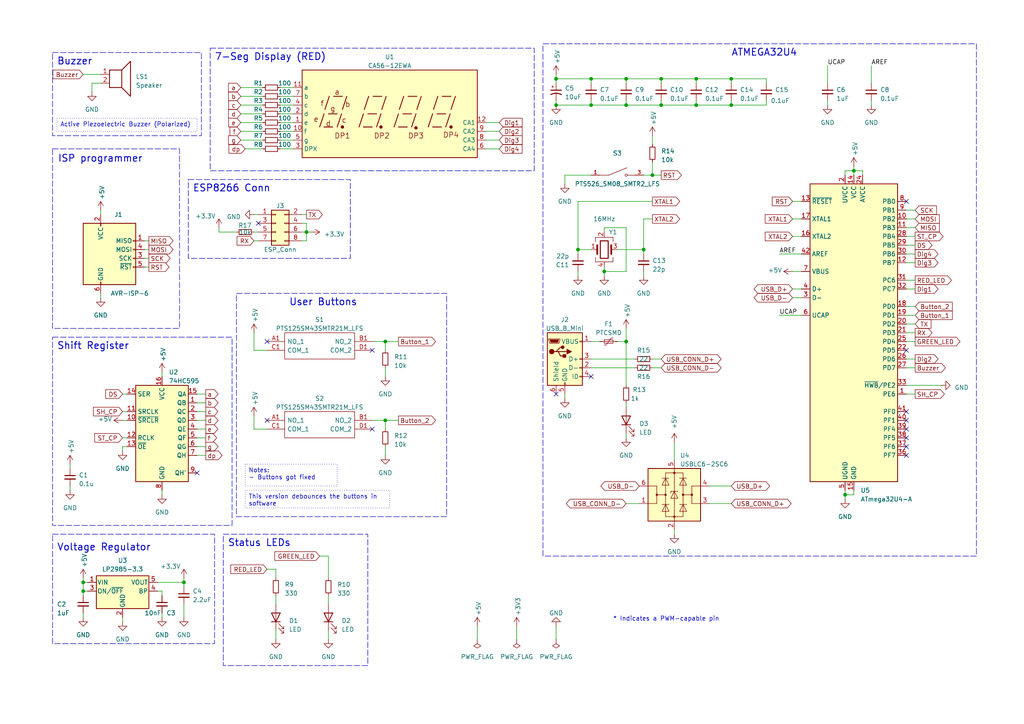
<source format=kicad_sch>
(kicad_sch (version 20230121) (generator eeschema)
  (paper "A4")
  (title_block (title "ATMEGA Kictchen-Timer") (date "2023-04-13") (rev "1.0"))
  (junction (at 189.23 50.8))
  (junction (at 181.61 22.86))
  (junction (at 161.29 30.48))
  (junction (at 161.29 22.86))
  (junction (at 191.77 22.86))
  (junction (at 24.13 168.91))
  (junction (at 212.09 30.48))
  (junction (at 181.61 99.06))
  (junction (at 212.09 22.86))
  (junction (at 171.45 22.86))
  (junction (at 171.45 30.48))
  (junction (at 111.76 121.92))
  (junction (at 247.65 49.53))
  (junction (at 186.69 72.39))
  (junction (at 24.13 171.45))
  (junction (at 181.61 30.48))
  (junction (at 245.11 143.51))
  (junction (at 191.77 30.48))
  (junction (at 175.26 78.74))
  (junction (at 167.64 72.39))
  (junction (at 53.34 168.91))
  (junction (at 201.93 22.86))
  (junction (at 201.93 30.48))
  (junction (at 111.76 99.06))
  (junction (at 88.9 67.31))
  (no_connect (at 262.89 121.92))
  (no_connect (at 262.89 124.46))
  (no_connect (at 107.95 124.46))
  (no_connect (at 57.15 137.16))
  (no_connect (at 262.89 101.6))
  (no_connect (at 262.89 119.38))
  (no_connect (at 77.47 99.06))
  (no_connect (at 77.47 121.92))
  (no_connect (at 262.89 58.42))
  (no_connect (at 107.95 101.6))
  (no_connect (at 262.89 129.54))
  (no_connect (at 171.45 109.22))
  (no_connect (at 74.93 64.77))
  (no_connect (at 262.89 127))
  (no_connect (at 262.89 132.08))
  (no_connect (at 161.29 114.3))
  (wire (pts (xy 57.15 127) (xy 59.69 127)))
  (wire (pts (xy 189.23 63.5) (xy 186.69 63.5)))
  (wire (pts (xy 95.25 182.88) (xy 95.25 185.42)))
  (wire (pts (xy 247.65 49.53) (xy 247.65 50.8)))
  (wire (pts (xy 262.89 114.3) (xy 265.43 114.3)))
  (wire (pts (xy 262.89 63.5) (xy 265.43 63.5)))
  (wire (pts (xy 81.28 43.18) (xy 85.09 43.18)))
  (wire (pts (xy 77.47 124.46) (xy 73.66 124.46)))
  (wire (pts (xy 262.89 76.2) (xy 265.43 76.2)))
  (wire (pts (xy 262.89 71.12) (xy 265.43 71.12)))
  (wire (pts (xy 240.03 29.21) (xy 240.03 30.48)))
  (wire (pts (xy 111.76 121.92) (xy 115.57 121.92)))
  (wire (pts (xy 186.69 50.8) (xy 189.23 50.8)))
  (wire (pts (xy 87.63 64.77) (xy 88.9 64.77)))
  (wire (pts (xy 24.13 168.91) (xy 24.13 171.45)))
  (wire (pts (xy 107.95 121.92) (xy 111.76 121.92)))
  (wire (pts (xy 53.34 175.26) (xy 53.34 179.07)))
  (wire (pts (xy 229.87 58.42) (xy 232.41 58.42)))
  (wire (pts (xy 24.13 21.59) (xy 29.21 21.59)))
  (wire (pts (xy 179.07 72.39) (xy 186.69 72.39)))
  (wire (pts (xy 88.9 67.31) (xy 88.9 69.85)))
  (wire (pts (xy 73.66 67.31) (xy 74.93 67.31)))
  (wire (pts (xy 191.77 24.13) (xy 191.77 22.86)))
  (wire (pts (xy 181.61 24.13) (xy 181.61 22.86)))
  (wire (pts (xy 57.15 114.3) (xy 59.69 114.3)))
  (wire (pts (xy 212.09 24.13) (xy 212.09 22.86)))
  (wire (pts (xy 201.93 30.48) (xy 212.09 30.48)))
  (wire (pts (xy 262.89 66.04) (xy 265.43 66.04)))
  (wire (pts (xy 20.32 134.62) (xy 20.32 135.89)))
  (wire (pts (xy 35.56 121.92) (xy 36.83 121.92)))
  (wire (pts (xy 171.45 99.06) (xy 173.99 99.06)))
  (wire (pts (xy 92.71 161.29) (xy 95.25 161.29)))
  (wire (pts (xy 161.29 30.48) (xy 171.45 30.48)))
  (wire (pts (xy 201.93 30.48) (xy 191.77 30.48)))
  (wire (pts (xy 191.77 22.86) (xy 201.93 22.86)))
  (wire (pts (xy 250.19 49.53) (xy 247.65 49.53)))
  (wire (pts (xy 189.23 58.42) (xy 167.64 58.42)))
  (wire (pts (xy 111.76 99.06) (xy 115.57 99.06)))
  (wire (pts (xy 262.89 60.96) (xy 265.43 60.96)))
  (wire (pts (xy 53.34 170.18) (xy 53.34 168.91)))
  (wire (pts (xy 247.65 48.26) (xy 247.65 49.53)))
  (wire (pts (xy 140.97 38.1) (xy 144.78 38.1)))
  (wire (pts (xy 69.85 38.1) (xy 76.2 38.1)))
  (wire (pts (xy 81.28 25.4) (xy 85.09 25.4)))
  (wire (pts (xy 149.86 181.61) (xy 149.86 185.42)))
  (wire (pts (xy 87.63 62.23) (xy 88.9 62.23)))
  (wire (pts (xy 57.15 119.38) (xy 59.69 119.38)))
  (wire (pts (xy 189.23 50.8) (xy 191.77 50.8)))
  (wire (pts (xy 212.09 29.21) (xy 212.09 30.48)))
  (wire (pts (xy 111.76 106.68) (xy 111.76 109.22)))
  (wire (pts (xy 87.63 69.85) (xy 88.9 69.85)))
  (wire (pts (xy 262.89 111.76) (xy 273.05 111.76)))
  (wire (pts (xy 71.12 43.18) (xy 76.2 43.18)))
  (wire (pts (xy 81.28 35.56) (xy 85.09 35.56)))
  (wire (pts (xy 53.34 167.64) (xy 53.34 168.91)))
  (wire (pts (xy 77.47 165.1) (xy 80.01 165.1)))
  (wire (pts (xy 95.25 161.29) (xy 95.25 167.64)))
  (wire (pts (xy 20.32 140.97) (xy 20.32 142.24)))
  (wire (pts (xy 167.64 78.74) (xy 167.64 80.01)))
  (wire (pts (xy 24.13 171.45) (xy 24.13 172.72)))
  (wire (pts (xy 189.23 46.99) (xy 189.23 50.8)))
  (wire (pts (xy 181.61 30.48) (xy 171.45 30.48)))
  (wire (pts (xy 63.5 67.31) (xy 63.5 66.04)))
  (wire (pts (xy 262.89 68.58) (xy 265.43 68.58)))
  (wire (pts (xy 181.61 146.05) (xy 185.42 146.05)))
  (wire (pts (xy 81.28 33.02) (xy 85.09 33.02)))
  (wire (pts (xy 201.93 24.13) (xy 201.93 22.86)))
  (wire (pts (xy 181.61 125.73) (xy 181.61 127)))
  (wire (pts (xy 80.01 165.1) (xy 80.01 167.64)))
  (wire (pts (xy 35.56 179.07) (xy 35.56 180.34)))
  (wire (pts (xy 252.73 19.05) (xy 252.73 24.13)))
  (wire (pts (xy 69.85 27.94) (xy 76.2 27.94)))
  (wire (pts (xy 181.61 66.04) (xy 181.61 78.74)))
  (wire (pts (xy 163.83 53.34) (xy 163.83 50.8)))
  (wire (pts (xy 140.97 40.64) (xy 144.78 40.64)))
  (wire (pts (xy 81.28 27.94) (xy 85.09 27.94)))
  (wire (pts (xy 175.26 78.74) (xy 175.26 80.01)))
  (wire (pts (xy 36.83 129.54) (xy 35.56 129.54)))
  (wire (pts (xy 57.15 129.54) (xy 59.69 129.54)))
  (wire (pts (xy 181.61 99.06) (xy 181.61 111.76)))
  (wire (pts (xy 87.63 67.31) (xy 88.9 67.31)))
  (wire (pts (xy 195.58 153.67) (xy 195.58 154.94)))
  (wire (pts (xy 29.21 24.13) (xy 26.67 24.13)))
  (wire (pts (xy 57.15 124.46) (xy 59.69 124.46)))
  (wire (pts (xy 138.43 181.61) (xy 138.43 185.42)))
  (wire (pts (xy 226.06 73.66) (xy 232.41 73.66)))
  (wire (pts (xy 189.23 39.37) (xy 189.23 41.91)))
  (wire (pts (xy 167.64 58.42) (xy 167.64 72.39)))
  (wire (pts (xy 45.72 171.45) (xy 46.99 171.45)))
  (wire (pts (xy 226.06 91.44) (xy 232.41 91.44)))
  (wire (pts (xy 181.61 22.86) (xy 191.77 22.86)))
  (wire (pts (xy 41.91 77.47) (xy 43.18 77.47)))
  (wire (pts (xy 24.13 177.8) (xy 24.13 179.07)))
  (wire (pts (xy 161.29 29.21) (xy 161.29 30.48)))
  (wire (pts (xy 57.15 116.84) (xy 59.69 116.84)))
  (wire (pts (xy 171.45 106.68) (xy 184.15 106.68)))
  (wire (pts (xy 140.97 43.18) (xy 144.78 43.18)))
  (wire (pts (xy 163.83 114.3) (xy 163.83 115.57)))
  (wire (pts (xy 140.97 35.56) (xy 144.78 35.56)))
  (wire (pts (xy 245.11 143.51) (xy 245.11 144.78)))
  (wire (pts (xy 24.13 171.45) (xy 25.4 171.45)))
  (wire (pts (xy 229.87 78.74) (xy 232.41 78.74)))
  (wire (pts (xy 161.29 21.59) (xy 161.29 22.86)))
  (wire (pts (xy 189.23 104.14) (xy 191.77 104.14)))
  (wire (pts (xy 88.9 64.77) (xy 88.9 67.31)))
  (wire (pts (xy 205.74 140.97) (xy 212.09 140.97)))
  (wire (pts (xy 161.29 22.86) (xy 171.45 22.86)))
  (wire (pts (xy 73.66 124.46) (xy 73.66 120.65)))
  (wire (pts (xy 222.25 29.21) (xy 222.25 30.48)))
  (wire (pts (xy 35.56 127) (xy 36.83 127)))
  (wire (pts (xy 252.73 29.21) (xy 252.73 30.48)))
  (wire (pts (xy 69.85 33.02) (xy 76.2 33.02)))
  (wire (pts (xy 250.19 50.8) (xy 250.19 49.53)))
  (wire (pts (xy 46.99 171.45) (xy 46.99 172.72)))
  (wire (pts (xy 25.4 168.91) (xy 24.13 168.91)))
  (wire (pts (xy 161.29 181.61) (xy 161.29 185.42)))
  (wire (pts (xy 167.64 72.39) (xy 171.45 72.39)))
  (wire (pts (xy 262.89 96.52) (xy 265.43 96.52)))
  (wire (pts (xy 53.34 168.91) (xy 45.72 168.91)))
  (wire (pts (xy 181.61 29.21) (xy 181.61 30.48)))
  (wire (pts (xy 69.85 40.64) (xy 76.2 40.64)))
  (wire (pts (xy 205.74 146.05) (xy 212.09 146.05)))
  (wire (pts (xy 41.91 74.93) (xy 43.18 74.93)))
  (wire (pts (xy 191.77 30.48) (xy 181.61 30.48)))
  (wire (pts (xy 186.69 78.74) (xy 186.69 80.01)))
  (wire (pts (xy 262.89 73.66) (xy 265.43 73.66)))
  (wire (pts (xy 171.45 22.86) (xy 181.61 22.86)))
  (wire (pts (xy 73.66 101.6) (xy 73.66 96.52)))
  (wire (pts (xy 46.99 107.95) (xy 46.99 109.22)))
  (wire (pts (xy 111.76 99.06) (xy 111.76 101.6)))
  (wire (pts (xy 240.03 19.05) (xy 240.03 24.13)))
  (wire (pts (xy 161.29 22.86) (xy 161.29 24.13)))
  (wire (pts (xy 57.15 121.92) (xy 59.69 121.92)))
  (wire (pts (xy 245.11 142.24) (xy 245.11 143.51)))
  (wire (pts (xy 81.28 30.48) (xy 85.09 30.48)))
  (wire (pts (xy 171.45 24.13) (xy 171.45 22.86)))
  (wire (pts (xy 262.89 99.06) (xy 265.43 99.06)))
  (wire (pts (xy 35.56 129.54) (xy 35.56 130.81)))
  (wire (pts (xy 189.23 106.68) (xy 191.77 106.68)))
  (wire (pts (xy 29.21 60.96) (xy 29.21 62.23)))
  (wire (pts (xy 229.87 63.5) (xy 232.41 63.5)))
  (wire (pts (xy 88.9 67.31) (xy 90.17 67.31)))
  (wire (pts (xy 35.56 114.3) (xy 36.83 114.3)))
  (wire (pts (xy 68.58 67.31) (xy 63.5 67.31)))
  (wire (pts (xy 41.91 72.39) (xy 43.18 72.39)))
  (wire (pts (xy 26.67 24.13) (xy 26.67 26.67)))
  (wire (pts (xy 57.15 132.08) (xy 59.69 132.08)))
  (wire (pts (xy 179.07 99.06) (xy 181.61 99.06)))
  (wire (pts (xy 69.85 30.48) (xy 76.2 30.48)))
  (wire (pts (xy 69.85 25.4) (xy 76.2 25.4)))
  (wire (pts (xy 81.28 40.64) (xy 85.09 40.64)))
  (wire (pts (xy 245.11 49.53) (xy 247.65 49.53)))
  (wire (pts (xy 262.89 104.14) (xy 265.43 104.14)))
  (wire (pts (xy 46.99 177.8) (xy 46.99 179.07)))
  (wire (pts (xy 111.76 129.54) (xy 111.76 132.08)))
  (wire (pts (xy 222.25 24.13) (xy 222.25 22.86)))
  (wire (pts (xy 73.66 62.23) (xy 74.93 62.23)))
  (wire (pts (xy 46.99 142.24) (xy 46.99 143.51)))
  (wire (pts (xy 262.89 88.9) (xy 265.43 88.9)))
  (wire (pts (xy 175.26 67.31) (xy 175.26 66.04)))
  (wire (pts (xy 175.26 77.47) (xy 175.26 78.74)))
  (wire (pts (xy 81.28 38.1) (xy 85.09 38.1)))
  (wire (pts (xy 181.61 78.74) (xy 175.26 78.74)))
  (wire (pts (xy 191.77 29.21) (xy 191.77 30.48)))
  (wire (pts (xy 73.66 69.85) (xy 74.93 69.85)))
  (wire (pts (xy 171.45 104.14) (xy 184.15 104.14)))
  (wire (pts (xy 171.45 29.21) (xy 171.45 30.48)))
  (wire (pts (xy 245.11 50.8) (xy 245.11 49.53)))
  (wire (pts (xy 247.65 143.51) (xy 245.11 143.51)))
  (wire (pts (xy 69.85 35.56) (xy 76.2 35.56)))
  (wire (pts (xy 24.13 167.64) (xy 24.13 168.91)))
  (wire (pts (xy 262.89 106.68) (xy 265.43 106.68)))
  (wire (pts (xy 262.89 83.82) (xy 265.43 83.82)))
  (wire (pts (xy 80.01 172.72) (xy 80.01 175.26)))
  (wire (pts (xy 80.01 182.88) (xy 80.01 185.42)))
  (wire (pts (xy 229.87 68.58) (xy 232.41 68.58)))
  (wire (pts (xy 163.83 50.8) (xy 171.45 50.8)))
  (wire (pts (xy 35.56 119.38) (xy 36.83 119.38)))
  (wire (pts (xy 181.61 116.84) (xy 181.61 118.11)))
  (wire (pts (xy 247.65 142.24) (xy 247.65 143.51)))
  (wire (pts (xy 186.69 72.39) (xy 186.69 73.66)))
  (wire (pts (xy 229.87 86.36) (xy 232.41 86.36)))
  (wire (pts (xy 41.91 69.85) (xy 43.18 69.85)))
  (wire (pts (xy 195.58 128.27) (xy 195.58 133.35)))
  (wire (pts (xy 262.89 93.98) (xy 265.43 93.98)))
  (wire (pts (xy 262.89 91.44) (xy 265.43 91.44)))
  (wire (pts (xy 175.26 66.04) (xy 181.61 66.04)))
  (wire (pts (xy 95.25 172.72) (xy 95.25 175.26)))
  (wire (pts (xy 212.09 30.48) (xy 222.25 30.48)))
  (wire (pts (xy 167.64 73.66) (xy 167.64 72.39)))
  (wire (pts (xy 262.89 81.28) (xy 265.43 81.28)))
  (wire (pts (xy 77.47 101.6) (xy 73.66 101.6)))
  (wire (pts (xy 212.09 22.86) (xy 201.93 22.86)))
  (wire (pts (xy 107.95 99.06) (xy 111.76 99.06)))
  (wire (pts (xy 201.93 29.21) (xy 201.93 30.48)))
  (wire (pts (xy 181.61 95.25) (xy 181.61 99.06)))
  (wire (pts (xy 111.76 121.92) (xy 111.76 124.46)))
  (wire (pts (xy 29.21 85.09) (xy 29.21 86.36)))
  (wire (pts (xy 186.69 63.5) (xy 186.69 72.39)))
  (wire (pts (xy 212.09 22.86) (xy 222.25 22.86)))
  (wire (pts (xy 229.87 83.82) (xy 232.41 83.82)))
  (rectangle (start 64.77 154.94) (end 106.68 193.04) (stroke (width 0) (type dash)))
  (rectangle (start 157.48 12.7) (end 283.21 161.29) (stroke (width 0) (type dash)))
  (rectangle (start 54.61 52.07) (end 101.6 74.93) (stroke (width 0) (type dash)))
  (rectangle (start 68.58 85.09) (end 129.54 149.86) (stroke (width 0) (type dash)))
  (rectangle (start 15.24 97.79) (end 67.31 152.4) (stroke (width 0) (type dash)))
  (rectangle (start 60.96 13.97) (end 154.94 49.53) (stroke (width 0) (type dash)))
  (rectangle (start 15.24 15.24) (end 58.42 39.37) (stroke (width 0) (type dash)))
  (rectangle (start 15.24 154.94) (end 62.23 186.69) (stroke (width 0) (type dash)))
  (text_box "Notes:\n- Buttons got fixed" (at 71.12 134.62 0) (size 26.67 6.35) (stroke (width 0) (type dot)) (effects (font (size 1.27 1.27)) (justify left top)))
  (text_box "Active Piezoelectric Buzzer (Polarized)" (at 16.51 34.29 0) (size 40.64 3.81) (stroke (width 0) (type dot)) (effects (font (size 1.27 1.27)) (justify left top)))
  (text_box "This version debounces the buttons in software" (at 71.12 142.24 0) (size 41.91 5.08) (stroke (width 0) (type dot)) (effects (font (size 1.27 1.27)) (justify left top)))
  (text_box "ISP programmer" (at 15.24 43.18 0) (size 36.83 52.07) (stroke (width 0) (type dash)) (effects (font (size 2 2) (thickness 0.254) bold) (justify left top)))
  (text "Buzzer" (at 16.51 19.05 0) (effects (font (size 2 2) (thickness 0.254) bold) (justify left bottom)))
  (text "7-Seg Display (RED)" (at 62.23 17.78 0) (effects (font (size 2 2) (thickness 0.254) bold) (justify left bottom)))
  (text "ATMEGA32U4" (at 212.09 16.51 0) (effects (font (size 2 2) (thickness 0.254) bold) (justify left bottom)))
  (text "Voltage Regulator" (at 16.51 160.02 0) (effects (font (size 2 2) (thickness 0.254) bold) (justify left bottom)))
  (text "User Buttons" (at 83.82 88.9 0) (effects (font (size 2 2) (thickness 0.254) bold) (justify left bottom)))
  (text "Shift Register" (at 16.51 101.6 0) (effects (font (size 2 2) (thickness 0.254) bold) (justify left bottom)))
  (text "ESP8266 Conn\n" (at 55.88 55.88 0) (effects (font (size 2 2) (thickness 0.254) bold) (justify left bottom)))
  (text "* Indicates a PWM-capable pin" (at 177.8 180.34 0) (effects (font (size 1.27 1.27)) (justify left bottom)))
  (text "Status LEDs" (at 66.04 158.75 0) (effects (font (size 2 2) (thickness 0.254) bold) (justify left bottom)))
  (label "AREF" (at 252.73 19.05 0))
  (label "UCAP" (at 240.03 19.05 0))
  (label "AREF" (at 226.06 73.66 0))
  (label "UCAP" (at 226.06 91.44 0))
  (global_label "SCK" (shape input) (at 265.43 60.96 0) (property "Intersheetrefs" "${INTERSHEET_REFS}" (effects hide)))
  (global_label "Dig1" (shape output) (at 265.43 83.82 0) (property "Intersheetrefs" "${INTERSHEET_REFS}" (effects hide)))
  (global_label "MOSI" (shape input) (at 265.43 63.5 0) (property "Intersheetrefs" "${INTERSHEET_REFS}" (effects hide)))
  (global_label "Dig3" (shape input) (at 144.78 40.64 0) (property "Intersheetrefs" "${INTERSHEET_REFS}" (effects hide)))
  (global_label "XTAL2" (shape input) (at 229.87 68.58 180) (property "Intersheetrefs" "${INTERSHEET_REFS}" (effects hide)))
  (global_label "ST_CP" (shape input) (at 35.56 127 180) (property "Intersheetrefs" "${INTERSHEET_REFS}" (effects hide)))
  (global_label "RED_LED" (shape input) (at 77.47 165.1 180) (property "Intersheetrefs" "${INTERSHEET_REFS}" (effects hide)))
  (global_label "MISO" (shape output) (at 43.18 69.85 0) (property "Intersheetrefs" "${INTERSHEET_REFS}" (effects hide)))
  (global_label "c" (shape input) (at 69.85 30.48 180) (property "Intersheetrefs" "${INTERSHEET_REFS}" (effects hide)))
  (global_label "d" (shape input) (at 69.85 33.02 180) (property "Intersheetrefs" "${INTERSHEET_REFS}" (effects hide)))
  (global_label "MISO" (shape input) (at 265.43 66.04 0) (property "Intersheetrefs" "${INTERSHEET_REFS}" (effects hide)))
  (global_label "USB_D+" (shape bidirectional) (at 212.09 140.97 0) (property "Intersheetrefs" "${INTERSHEET_REFS}" (effects hide)))
  (global_label "Dig2" (shape input) (at 144.78 38.1 0) (property "Intersheetrefs" "${INTERSHEET_REFS}" (effects hide)))
  (global_label "a" (shape input) (at 69.85 25.4 180) (property "Intersheetrefs" "${INTERSHEET_REFS}" (effects hide)))
  (global_label "a" (shape output) (at 59.69 114.3 0) (property "Intersheetrefs" "${INTERSHEET_REFS}" (effects hide)))
  (global_label "e" (shape output) (at 59.69 124.46 0) (property "Intersheetrefs" "${INTERSHEET_REFS}" (effects hide)))
  (global_label "DS" (shape output) (at 265.43 71.12 0) (property "Intersheetrefs" "${INTERSHEET_REFS}" (effects hide)))
  (global_label "USB_CONN_D+" (shape bidirectional) (at 212.09 146.05 0) (property "Intersheetrefs" "${INTERSHEET_REFS}" (effects hide)))
  (global_label "Dig2" (shape output) (at 265.43 104.14 0) (property "Intersheetrefs" "${INTERSHEET_REFS}" (effects hide)))
  (global_label "SCK" (shape output) (at 43.18 74.93 0) (property "Intersheetrefs" "${INTERSHEET_REFS}" (effects hide)))
  (global_label "Dig1" (shape input) (at 144.78 35.56 0) (property "Intersheetrefs" "${INTERSHEET_REFS}" (effects hide)))
  (global_label "e" (shape input) (at 69.85 35.56 180) (property "Intersheetrefs" "${INTERSHEET_REFS}" (effects hide)))
  (global_label "dp" (shape input) (at 71.12 43.18 180) (property "Intersheetrefs" "${INTERSHEET_REFS}" (effects hide)))
  (global_label "USB_CONN_D-" (shape bidirectional) (at 181.61 146.05 180) (property "Intersheetrefs" "${INTERSHEET_REFS}" (effects hide)))
  (global_label "Dig3" (shape output) (at 265.43 76.2 0) (property "Intersheetrefs" "${INTERSHEET_REFS}" (effects hide)))
  (global_label "Buzzer" (shape output) (at 265.43 106.68 0) (property "Intersheetrefs" "${INTERSHEET_REFS}" (effects hide)))
  (global_label "g" (shape output) (at 59.69 129.54 0) (property "Intersheetrefs" "${INTERSHEET_REFS}" (effects hide)))
  (global_label "c" (shape output) (at 59.69 119.38 0) (property "Intersheetrefs" "${INTERSHEET_REFS}" (effects hide)))
  (global_label "f" (shape output) (at 59.69 127 0) (property "Intersheetrefs" "${INTERSHEET_REFS}" (effects hide)))
  (global_label "GREEN_LED" (shape output) (at 265.43 99.06 0) (property "Intersheetrefs" "${INTERSHEET_REFS}" (effects hide)))
  (global_label "d" (shape output) (at 59.69 121.92 0) (property "Intersheetrefs" "${INTERSHEET_REFS}" (effects hide)))
  (global_label "RX" (shape output) (at 265.43 96.52 0) (property "Intersheetrefs" "${INTERSHEET_REFS}" (effects hide)))
  (global_label "RST" (shape output) (at 43.18 77.47 0) (property "Intersheetrefs" "${INTERSHEET_REFS}" (effects hide)))
  (global_label "dp" (shape output) (at 59.69 132.08 0) (property "Intersheetrefs" "${INTERSHEET_REFS}" (effects hide)))
  (global_label "SH_CP" (shape input) (at 35.56 119.38 180) (property "Intersheetrefs" "${INTERSHEET_REFS}" (effects hide)))
  (global_label "f" (shape input) (at 69.85 38.1 180) (property "Intersheetrefs" "${INTERSHEET_REFS}" (effects hide)))
  (global_label "TX" (shape output) (at 88.9 62.23 0) (property "Intersheetrefs" "${INTERSHEET_REFS}" (effects hide)))
  (global_label "DS" (shape input) (at 35.56 114.3 180) (property "Intersheetrefs" "${INTERSHEET_REFS}" (effects hide)))
  (global_label "Button_1" (shape input) (at 265.43 91.44 0) (property "Intersheetrefs" "${INTERSHEET_REFS}" (effects hide)))
  (global_label "USB_D-" (shape bidirectional) (at 185.42 140.97 180) (property "Intersheetrefs" "${INTERSHEET_REFS}" (effects hide)))
  (global_label "Dig4" (shape output) (at 265.43 73.66 0) (property "Intersheetrefs" "${INTERSHEET_REFS}" (effects hide)))
  (global_label "RED_LED" (shape output) (at 265.43 81.28 0) (property "Intersheetrefs" "${INTERSHEET_REFS}" (effects hide)))
  (global_label "USB_D+" (shape bidirectional) (at 229.87 83.82 180) (property "Intersheetrefs" "${INTERSHEET_REFS}" (effects hide)))
  (global_label "SH_CP" (shape output) (at 265.43 114.3 0) (property "Intersheetrefs" "${INTERSHEET_REFS}" (effects hide)))
  (global_label "RX" (shape input) (at 73.66 69.85 180) (property "Intersheetrefs" "${INTERSHEET_REFS}" (effects hide)))
  (global_label "USB_D-" (shape bidirectional) (at 229.87 86.36 180) (property "Intersheetrefs" "${INTERSHEET_REFS}" (effects hide)))
  (global_label "GREEN_LED" (shape input) (at 92.71 161.29 180) (property "Intersheetrefs" "${INTERSHEET_REFS}" (effects hide)))
  (global_label "MOSI" (shape output) (at 43.18 72.39 0) (property "Intersheetrefs" "${INTERSHEET_REFS}" (effects hide)))
  (global_label "Button_2" (shape output) (at 115.57 121.92 0) (property "Intersheetrefs" "${INTERSHEET_REFS}" (effects hide)))
  (global_label "Buzzer" (shape input) (at 24.13 21.59 180) (property "Intersheetrefs" "${INTERSHEET_REFS}" (effects hide)))
  (global_label "XTAL2" (shape output) (at 189.23 63.5 0) (property "Intersheetrefs" "${INTERSHEET_REFS}" (effects hide)))
  (global_label "g" (shape input) (at 69.85 40.64 180) (property "Intersheetrefs" "${INTERSHEET_REFS}" (effects hide)))
  (global_label "RST" (shape input) (at 229.87 58.42 180) (property "Intersheetrefs" "${INTERSHEET_REFS}" (effects hide)))
  (global_label "XTAL1" (shape input) (at 229.87 63.5 180) (property "Intersheetrefs" "${INTERSHEET_REFS}" (effects hide)))
  (global_label "Dig4" (shape input) (at 144.78 43.18 0) (property "Intersheetrefs" "${INTERSHEET_REFS}" (effects hide)))
  (global_label "Button_1" (shape output) (at 115.57 99.06 0) (property "Intersheetrefs" "${INTERSHEET_REFS}" (effects hide)))
  (global_label "USB_CONN_D-" (shape bidirectional) (at 191.77 106.68 0) (property "Intersheetrefs" "${INTERSHEET_REFS}" (effects hide)))
  (global_label "USB_CONN_D+" (shape bidirectional) (at 191.77 104.14 0) (property "Intersheetrefs" "${INTERSHEET_REFS}" (effects hide)))
  (global_label "b" (shape input) (at 69.85 27.94 180) (property "Intersheetrefs" "${INTERSHEET_REFS}" (effects hide)))
  (global_label "RST" (shape output) (at 191.77 50.8 0) (property "Intersheetrefs" "${INTERSHEET_REFS}" (effects hide)))
  (global_label "TX" (shape input) (at 265.43 93.98 0) (property "Intersheetrefs" "${INTERSHEET_REFS}" (effects hide)))
  (global_label "XTAL1" (shape output) (at 189.23 58.42 0) (property "Intersheetrefs" "${INTERSHEET_REFS}" (effects hide)))
  (global_label "ST_CP" (shape output) (at 265.43 68.58 0) (property "Intersheetrefs" "${INTERSHEET_REFS}" (effects hide)))
  (global_label "Button_2" (shape input) (at 265.43 88.9 0) (property "Intersheetrefs" "${INTERSHEET_REFS}" (effects hide)))
  (global_label "b" (shape output) (at 59.69 116.84 0) (property "Intersheetrefs" "${INTERSHEET_REFS}" (effects hide)))
  (symbol (lib_id "power:GND") (at 24.13 179.07 0) (unit 1)
    (property "Reference" "#PWR013" (effects hide))
    (property "Value" "GND" (at 24.13 184.15 0))
  )
  (symbol (lib_id "power:GND") (at 53.34 179.07 0) (unit 1)
    (property "Reference" "#PWR017" (effects hide))
    (property "Value" "GND" (at 53.34 184.15 0))
  )
  (symbol (lib_id "Device:C_Polarized_Small_US") (at 161.29 26.67 0) (unit 1)
    (property "Reference" "C5" (at 163.83 25.6032 0) (effects (justify left)))
    (property "Value" "10uF" (at 163.83 28.1432 0) (effects (justify left)))
    (property "Footprint" "Capacitor_SMD:C_0805_2012Metric" (effects hide))
  )
  (symbol (lib_id "Device:C_Small") (at 240.03 26.67 0) (unit 1)
    (property "Reference" "C6" (at 242.57 26.0413 0) (effects (justify left)))
    (property "Value" "1uF" (at 242.57 28.5813 0) (effects (justify left)))
    (property "Footprint" "Capacitor_SMD:C_0603_1608Metric" (effects hide))
  )
  (symbol (lib_id "power:+5V") (at 35.56 121.92 90) (unit 1)
    (property "Reference" "#PWR06" (effects hide))
    (property "Value" "+5V" (at 32.512 121.5644 90) (effects (justify left)))
  )
  (symbol (lib_id "power:GND") (at 29.21 86.36 0) (unit 1)
    (property "Reference" "#PWR03" (effects hide))
    (property "Value" "GND" (at 29.21 91.44 0))
  )
  (symbol (lib_id "Device:C_Small") (at 212.09 26.67 0) (unit 1)
    (property "Reference" "C14" (at 214.63 26.0413 0) (effects (justify left)))
    (property "Value" "0.1uF" (at 214.63 28.5813 0) (effects (justify left)))
    (property "Footprint" "Capacitor_SMD:C_0603_1608Metric" (effects hide))
  )
  (symbol (lib_id "power:+5V") (at 189.23 39.37 0) (unit 1)
    (property "Reference" "#PWR033" (effects hide))
    (property "Value" "+5V" (at 189.5856 36.322 90) (effects (justify left)))
  )
  (symbol (lib_id "Device:C_Small") (at 186.69 76.2 0) (unit 1)
    (property "Reference" "C13" (at 189.23 75.5713 0) (effects (justify left)))
    (property "Value" "22p" (at 189.23 78.1113 0) (effects (justify left)))
    (property "Footprint" "Capacitor_SMD:C_0603_1608Metric" (effects hide))
  )
  (symbol (lib_id "power:+3.3V") (at 90.17 67.31 270) (unit 1)
    (property "Reference" "#PWR045" (effects hide))
    (property "Value" "+3.3V" (at 93.98 67.945 90) (effects (justify left)))
  )
  (symbol (lib_id "Device:C_Small") (at 20.32 138.43 0) (unit 1)
    (property "Reference" "C1" (at 22.86 137.8013 0) (effects (justify left)))
    (property "Value" "0.1u" (at 22.86 140.3413 0) (effects (justify left)))
    (property "Footprint" "Capacitor_SMD:C_0603_1608Metric" (effects hide))
  )
  (symbol (lib_id "Device:R_Small") (at 78.74 43.18 90) (unit 1)
    (property "Reference" "R8" (at 74.93 41.91 90))
    (property "Value" "100" (at 82.55 41.91 90))
    (property "Footprint" "Resistor_SMD:R_0805_2012Metric" (effects hide))
  )
  (symbol (lib_id "Device:R_Small") (at 78.74 30.48 90) (unit 1)
    (property "Reference" "R3" (at 74.93 29.21 90))
    (property "Value" "100" (at 82.55 29.21 90))
    (property "Footprint" "Resistor_SMD:R_0805_2012Metric" (effects hide))
  )
  (symbol (lib_name "GND_1") (lib_id "power:GND") (at 26.67 26.67 0) (unit 1)
    (property "Reference" "#PWR01" (effects hide))
    (property "Value" "GND" (at 26.67 31.75 0))
  )
  (symbol (lib_id "power:+5V") (at 247.65 48.26 0) (unit 1)
    (property "Reference" "#PWR041" (effects hide))
    (property "Value" "+5V" (at 248.0056 45.212 90) (effects (justify left)))
  )
  (symbol (lib_name "GND_1") (lib_id "power:GND") (at 111.76 132.08 0) (unit 1)
    (property "Reference" "#PWR021" (effects hide))
    (property "Value" "GND" (at 111.76 137.16 0))
  )
  (symbol (lib_id "PTS125_SMD_Button:PTS125SM43SMTR21M_LFS") (at 77.47 121.92 0) (unit 1)
    (property "Reference" "S2" (at 92.71 115.57 0))
    (property "Value" "PTS125SM43SMTR21M_LFS" (at 92.71 118.11 0))
    (property "Footprint" "PTS125_SMD_Button:PTS125_SMD_Button" (effects hide))
    (property "Datasheet" "https://www.ckswitches.com/media/1462/pts125.pdf" (effects hide))
    (property "Description" "Tactile Switches SWITCH TACTILE 50mA @ 12VDC, SPST-NO, Surface Mount, Top Actuated, Gull Wing, 180gf" (effects hide))
    (property "Height" "4.3" (effects hide))
    (property "Manufacturer_Name" "C & K COMPONENTS" (effects hide))
    (property "Manufacturer_Part_Number" "PTS125SM43SMTR21M LFS" (effects hide))
    (property "Mouser Part Number" "611-PTS125S43SMTRLFS" (effects hide))
    (property "Mouser Price/Stock" "https://www.mouser.co.uk/ProductDetail/CK/PTS125SM43SMTR21M-LFS?qs=t7xnP681wgUNXpRGJY2Vkw%3D%3D" (effects hide))
  )
  (symbol (lib_name "GND_1") (lib_id "power:GND") (at 161.29 181.61 180) (unit 1)
    (property "Reference" "#PWR024" (effects hide))
    (property "Value" "GND" (at 161.29 177.8 0))
  )
  (symbol (lib_id "power:+5V") (at 73.66 120.65 0) (unit 1)
    (property "Reference" "#PWR019" (effects hide))
    (property "Value" "+5V" (at 74.0156 117.602 90) (effects (justify left)))
  )
  (symbol (lib_id "Connector_Generic:Conn_02x04_Odd_Even") (at 80.01 64.77 0) (unit 1)
    (property "Reference" "J3" (at 81.28 59.69 0))
    (property "Value" "ESP_Conn" (at 81.28 72.39 0))
    (property "Footprint" "Connector_PinSocket_2.54mm:PinSocket_2x04_P2.54mm_Vertical" (effects hide))
  )
  (symbol (lib_id "Device:C_Small") (at 53.34 172.72 0) (unit 1)
    (property "Reference" "C4" (at 55.88 171.45 0) (effects (justify left)))
    (property "Value" "2.2uF" (at 55.88 173.99 0) (effects (justify left)))
    (property "Footprint" "Capacitor_SMD:C_0603_1608Metric" (effects hide))
  )
  (symbol (lib_id "power:GND") (at 245.11 144.78 0) (unit 1)
    (property "Reference" "#PWR040" (effects hide))
    (property "Value" "GND" (at 245.11 149.86 0))
  )
  (symbol (lib_id "Device:Crystal_GND24") (at 175.26 72.39 0) (unit 1)
    (property "Reference" "Y1" (at 177.8 67.31 0))
    (property "Value" "16MHz" (at 175.26 63.5 0))
    (property "Footprint" "Crystal:Crystal_SMD_Abracon_ABM8G-4Pin_3.2x2.5mm" (effects hide))
  )
  (symbol (lib_name "GND_3") (lib_id "power:GND") (at 20.32 142.24 0) (unit 1)
    (property "Reference" "#PWR05" (effects hide))
    (property "Value" "GND" (at 20.32 147.32 0))
  )
  (symbol (lib_id "Device:C_Small") (at 201.93 26.67 0) (unit 1)
    (property "Reference" "C12" (at 204.47 26.0413 0) (effects (justify left)))
    (property "Value" "0.1uF" (at 204.47 28.5813 0) (effects (justify left)))
    (property "Footprint" "Capacitor_SMD:C_0603_1608Metric" (effects hide))
  )
  (symbol (lib_id "Device:C_Small") (at 191.77 26.67 0) (unit 1)
    (property "Reference" "C10" (at 194.31 26.0413 0) (effects (justify left)))
    (property "Value" "0.1uF" (at 194.31 28.5813 0) (effects (justify left)))
    (property "Footprint" "Capacitor_SMD:C_0603_1608Metric" (effects hide))
  )
  (symbol (lib_id "power:+5V") (at 29.21 60.96 0) (unit 1)
    (property "Reference" "#PWR02" (effects hide))
    (property "Value" "+5V" (at 29.5656 57.912 90) (effects (justify left)))
  )
  (symbol (lib_id "power:+3.3V") (at 63.5 66.04 0) (unit 1)
    (property "Reference" "#PWR043" (effects hide))
    (property "Value" "+3.3V" (at 59.59 62.686 0))
  )
  (symbol (lib_id "power:GND") (at 167.64 80.01 0) (unit 1)
    (property "Reference" "#PWR034" (effects hide))
    (property "Value" "GND" (at 167.64 85.09 0))
  )
  (symbol (lib_id "Device:LED") (at 95.25 179.07 90) (unit 1)
    (property "Reference" "D2" (at 99.06 180.0225 90) (effects (justify right)))
    (property "Value" "LED" (at 99.06 182.5625 90) (effects (justify right)))
    (property "Footprint" "LED_SMD:LED_0805_2012Metric" (effects hide))
  )
  (symbol (lib_id "Device:R_Small") (at 111.76 104.14 0) (unit 1)
    (property "Reference" "R11" (at 114.3 103.505 0) (effects (justify left)))
    (property "Value" "10k" (at 114.3 106.045 0) (effects (justify left)))
    (property "Footprint" "Resistor_SMD:R_0805_2012Metric" (effects hide))
  )
  (symbol (lib_id "PTS526_SMD_Button:PTS526_SM08_SMTR2_LFS") (at 179.07 50.8 0) (unit 1)
    (property "Reference" "S3" (at 179.07 44.45 0))
    (property "Value" "PTS526_SM08_SMTR2_LFS" (at 179.07 53.34 0))
    (property "Footprint" "PTS526_SMD_Button:PTS526_SMD_Button" (effects hide))
    (property "STANDARD" "Manufacturer Recommendations" (effects hide))
    (property "MANUFACTURER" "C&K" (effects hide))
    (property "PARTREV" "20 mar 19" (effects hide))
    (property "MAXIMUM_PACKAGE_HEIGHT" "0.95mm" (effects hide))
  )
  (symbol (lib_id "power:PWR_FLAG") (at 149.86 185.42 180) (unit 1)
    (property "Reference" "#FLG02" (effects hide))
    (property "Value" "PWR_FLAG" (at 149.86 190.5 0))
  )
  (symbol (lib_id "Device:C_Small") (at 24.13 175.26 0) (unit 1)
    (property "Reference" "C2" (at 16.51 175.26 0) (effects (justify left)))
    (property "Value" "1uF" (at 16.51 177.8 0) (effects (justify left)))
    (property "Footprint" "Capacitor_SMD:C_0603_1608Metric" (effects hide))
  )
  (symbol (lib_id "power:+5V") (at 73.66 96.52 0) (unit 1)
    (property "Reference" "#PWR018" (effects hide))
    (property "Value" "+5V" (at 74.0156 93.472 90) (effects (justify left)))
  )
  (symbol (lib_name "GND_1") (lib_id "power:GND") (at 80.01 185.42 0) (unit 1)
    (property "Reference" "#PWR010" (effects hide))
    (property "Value" "GND" (at 80.01 190.5 0))
  )
  (symbol (lib_id "Connector:USB_B_Mini") (at 163.83 104.14 0) (unit 1)
    (property "Reference" "J2" (at 163.83 92.71 0))
    (property "Value" "USB_B_Mini" (at 163.83 95.25 0))
    (property "Footprint" "Connector_USB:USB_Mini-B_Lumberg_2486_01_Horizontal" (effects hide))
  )
  (symbol (lib_id "Device:C_Small") (at 171.45 26.67 0) (unit 1)
    (property "Reference" "C7" (at 173.99 26.0413 0) (effects (justify left)))
    (property "Value" "0.1uF" (at 173.99 28.5813 0) (effects (justify left)))
    (property "Footprint" "Capacitor_SMD:C_0603_1608Metric" (effects hide))
  )
  (symbol (lib_id "Device:LED") (at 80.01 179.07 90) (unit 1)
    (property "Reference" "D1" (at 83.82 180.0225 90) (effects (justify right)))
    (property "Value" "LED" (at 83.82 182.5625 90) (effects (justify right)))
    (property "Footprint" "LED_SMD:LED_0805_2012Metric" (effects hide))
  )
  (symbol (lib_id "Device:C_Small") (at 181.61 26.67 0) (unit 1)
    (property "Reference" "C9" (at 184.15 26.0413 0) (effects (justify left)))
    (property "Value" "0.1uF" (at 184.15 28.5813 0) (effects (justify left)))
    (property "Footprint" "Capacitor_SMD:C_0603_1608Metric" (effects hide))
  )
  (symbol (lib_id "Device:R_Small") (at 78.74 33.02 90) (unit 1)
    (property "Reference" "R4" (at 74.93 31.75 90))
    (property "Value" "100" (at 82.55 31.75 90))
    (property "Footprint" "Resistor_SMD:R_0805_2012Metric" (effects hide))
  )
  (symbol (lib_id "Device:C_Small") (at 252.73 26.67 0) (unit 1)
    (property "Reference" "C8" (at 255.27 26.0413 0) (effects (justify left)))
    (property "Value" "0.1uF" (at 255.27 28.5813 0) (effects (justify left)))
    (property "Footprint" "Capacitor_SMD:C_0603_1608Metric" (effects hide))
  )
  (symbol (lib_id "Device:R_Small") (at 80.01 170.18 0) (unit 1)
    (property "Reference" "R9" (at 82.55 169.545 0) (effects (justify left)))
    (property "Value" "330" (at 82.55 172.085 0) (effects (justify left)))
    (property "Footprint" "Resistor_SMD:R_0805_2012Metric" (effects hide))
  )
  (symbol (lib_id "power:PWR_FLAG") (at 161.29 185.42 180) (unit 1)
    (property "Reference" "#FLG03" (effects hide))
    (property "Value" "PWR_FLAG" (at 161.29 190.5 0))
  )
  (symbol (lib_name "GND_1") (lib_id "power:GND") (at 111.76 109.22 0) (unit 1)
    (property "Reference" "#PWR020" (effects hide))
    (property "Value" "GND" (at 111.76 114.3 0))
  )
  (symbol (lib_id "Device:C_Small") (at 222.25 26.67 0) (unit 1)
    (property "Reference" "C15" (at 224.79 26.0413 0) (effects (justify left)))
    (property "Value" "0.1uF" (at 223.52 29.21 0) (effects (justify left)))
    (property "Footprint" "Capacitor_SMD:C_0603_1608Metric" (effects hide))
  )
  (symbol (lib_id "power:+5V") (at 20.32 134.62 0) (unit 1)
    (property "Reference" "#PWR04" (effects hide))
    (property "Value" "+5V" (at 20.6756 131.572 90) (effects (justify left)))
  )
  (symbol (lib_name "GND_1") (lib_id "power:GND") (at 35.56 130.81 0) (unit 1)
    (property "Reference" "#PWR07" (effects hide))
    (property "Value" "GND" (at 35.56 135.89 0))
  )
  (symbol (lib_id "power:GND") (at 195.58 154.94 0) (unit 1)
    (property "Reference" "#PWR038" (effects hide))
    (property "Value" "GND" (at 195.58 160.02 0))
  )
  (symbol (lib_id "power:GND") (at 240.03 30.48 0) (unit 1)
    (property "Reference" "#PWR027" (effects hide))
    (property "Value" "GND" (at 240.03 35.56 0))
  )
  (symbol (lib_id "Device:R_Small") (at 181.61 114.3 0) (unit 1)
    (property "Reference" "R13" (at 185.42 113.03 0))
    (property "Value" "1k" (at 184.15 115.57 0))
    (property "Footprint" "Resistor_SMD:R_0603_1608Metric" (effects hide))
  )
  (symbol (lib_id "power:PWR_FLAG") (at 138.43 185.42 180) (unit 1)
    (property "Reference" "#FLG01" (effects hide))
    (property "Value" "PWR_FLAG" (at 138.43 190.5 0))
  )
  (symbol (lib_id "Device:Speaker") (at 34.29 21.59 0) (unit 1)
    (property "Reference" "LS1" (at 39.37 22.225 0) (effects (justify left)))
    (property "Value" "Speaker" (at 39.37 24.765 0) (effects (justify left)))
    (property "Footprint" "Buzzer_Beeper:Buzzer_12x9.5RM7.6" (effects hide))
    (property "Datasheet" "https://www.digikey.com/en/products/detail/cui-devices/CMI-1295IC-0585T/11674150?utm_adgroup=Alarms%2C%20Buzzers%2C%20and%20Sirens&utm_source=google&utm_medium=cpc&utm_campaign=Shopping_Product_Audio%20Products_NEW&utm_term=&utm_content=Alarms%2C%20Buzzers%2C%20and%20Sirens&gclid=CjwKCAjwzuqgBhAcEiwAdj5dRt8nz1IuytFLjx3uwWgVUeIhfTmZ3ysWix6dXCToN1KqcPwJXCrWqhoCtbEQAvD_BwE" (effects hide))
  )
  (symbol (lib_id "Device:R_Small") (at 78.74 38.1 90) (unit 1)
    (property "Reference" "R6" (at 74.93 36.83 90))
    (property "Value" "100" (at 82.55 36.83 90))
    (property "Footprint" "Resistor_SMD:R_0805_2012Metric" (effects hide))
  )
  (symbol (lib_id "power:GND") (at 161.29 30.48 0) (unit 1)
    (property "Reference" "#PWR026" (effects hide))
    (property "Value" "GND" (at 161.29 35.56 0))
  )
  (symbol (lib_id "power:+5V") (at 138.43 181.61 0) (unit 1)
    (property "Reference" "#PWR022" (effects hide))
    (property "Value" "+5V" (at 138.7856 178.562 90) (effects (justify left)))
  )
  (symbol (lib_name "GND_2") (lib_id "power:GND") (at 95.25 185.42 0) (unit 1)
    (property "Reference" "#PWR011" (effects hide))
    (property "Value" "GND" (at 95.25 190.5 0))
  )
  (symbol (lib_id "Device:C_Small") (at 46.99 175.26 0) (unit 1)
    (property "Reference" "C3" (at 48.26 177.8 0) (effects (justify left)))
    (property "Value" "10nF" (at 41.91 177.8 0) (effects (justify left)))
    (property "Footprint" "Capacitor_SMD:C_0603_1608Metric" (effects hide))
  )
  (symbol (lib_id "Device:R_Small") (at 95.25 170.18 0) (unit 1)
    (property "Reference" "R10" (at 97.79 169.545 0) (effects (justify left)))
    (property "Value" "330" (at 97.79 172.085 0) (effects (justify left)))
    (property "Footprint" "Resistor_SMD:R_0805_2012Metric" (effects hide))
  )
  (symbol (lib_id "Display_Character:CA56-12EWA") (at 113.03 33.02 0) (unit 1)
    (property "Reference" "U1" (at 113.03 16.51 0))
    (property "Value" "CA56-12EWA" (at 113.03 19.05 0))
    (property "Footprint" "Display_7Segment:CA56-12EWA" (effects hide))
    (property "Datasheet" "http://cdn.sparkfun.com/datasheets/Components/LED/1LEDREDCC.pdf" (effects hide))
  )
  (symbol (lib_id "Device:R_Small") (at 78.74 25.4 90) (unit 1)
    (property "Reference" "R1" (at 74.93 24.13 90))
    (property "Value" "100" (at 82.55 24.13 90))
    (property "Footprint" "Resistor_SMD:R_0805_2012Metric" (effects hide))
  )
  (symbol (lib_id "power:+3V3") (at 149.86 181.61 0) (unit 1)
    (property "Reference" "#PWR023" (effects hide))
    (property "Value" "+3.3V" (at 150.241 178.562 90) (effects (justify left)))
  )
  (symbol (lib_id "power:GND") (at 35.56 180.34 0) (unit 1)
    (property "Reference" "#PWR014" (effects hide))
    (property "Value" "GND" (at 35.56 185.42 0))
  )
  (symbol (lib_id "power:+5V") (at 229.87 78.74 90) (unit 1)
    (property "Reference" "#PWR039" (effects hide))
    (property "Value" "+5V" (at 226.822 78.3844 90) (effects (justify left)))
  )
  (symbol (lib_id "power:+5V") (at 46.99 107.95 0) (unit 1)
    (property "Reference" "#PWR08" (effects hide))
    (property "Value" "+5V" (at 47.3456 104.902 90) (effects (justify left)))
  )
  (symbol (lib_id "Device:R_Small") (at 78.74 35.56 90) (unit 1)
    (property "Reference" "R5" (at 74.93 34.29 90))
    (property "Value" "100" (at 82.55 34.29 90))
    (property "Footprint" "Resistor_SMD:R_0805_2012Metric" (effects hide))
  )
  (symbol (lib_id "Device:LED") (at 181.61 121.92 90) (unit 1)
    (property "Reference" "D3" (at 185.42 122.8725 90) (effects (justify right)))
    (property "Value" "LED" (at 185.42 125.4125 90) (effects (justify right)))
    (property "Footprint" "LED_SMD:LED_0805_2012Metric" (effects hide))
  )
  (symbol (lib_id "power:+3.3V") (at 53.34 167.64 0) (unit 1)
    (property "Reference" "#PWR016" (effects hide))
    (property "Value" "+3.3V" (at 49.43 164.286 0))
  )
  (symbol (lib_id "power:+5V") (at 24.13 167.64 0) (unit 1)
    (property "Reference" "#PWR012" (effects hide))
    (property "Value" "+5V" (at 24.4856 164.592 90) (effects (justify left)))
  )
  (symbol (lib_id "power:GND") (at 186.69 80.01 0) (unit 1)
    (property "Reference" "#PWR036" (effects hide))
    (property "Value" "GND" (at 186.69 85.09 0))
  )
  (symbol (lib_id "power:GND") (at 252.73 30.48 0) (unit 1)
    (property "Reference" "#PWR030" (effects hide))
    (property "Value" "GND" (at 252.73 35.56 0))
  )
  (symbol (lib_id "Device:R_Small") (at 186.69 106.68 90) (unit 1)
    (property "Reference" "R16" (at 186.69 109.22 90))
    (property "Value" "22" (at 186.69 106.68 90))
    (property "Footprint" "Resistor_SMD:R_0603_1608Metric" (effects hide))
  )
  (symbol (lib_id "power:GND") (at 73.66 62.23 270) (unit 1)
    (property "Reference" "#PWR044" (effects hide))
    (property "Value" "GND" (at 69.85 62.865 90) (effects (justify right)))
  )
  (symbol (lib_id "Device:R_Small") (at 78.74 27.94 90) (unit 1)
    (property "Reference" "R2" (at 74.93 26.67 90))
    (property "Value" "100" (at 82.55 26.67 90))
    (property "Footprint" "Resistor_SMD:R_0805_2012Metric" (effects hide))
  )
  (symbol (lib_id "PTS125_SMD_Button:PTS125SM43SMTR21M_LFS") (at 77.47 99.06 0) (unit 1)
    (property "Reference" "S1" (at 92.71 92.71 0))
    (property "Value" "PTS125SM43SMTR21M_LFS" (at 92.71 95.25 0))
    (property "Footprint" "PTS125_SMD_Button:PTS125_SMD_Button" (effects hide))
    (property "Datasheet" "https://www.ckswitches.com/media/1462/pts125.pdf" (effects hide))
    (property "Description" "Tactile Switches SWITCH TACTILE 50mA @ 12VDC, SPST-NO, Surface Mount, Top Actuated, Gull Wing, 180gf" (effects hide))
    (property "Height" "4.3" (effects hide))
    (property "Manufacturer_Name" "C & K COMPONENTS" (effects hide))
    (property "Manufacturer_Part_Number" "PTS125SM43SMTR21M LFS" (effects hide))
    (property "Mouser Part Number" "611-PTS125S43SMTRLFS" (effects hide))
    (property "Mouser Price/Stock" "https://www.mouser.co.uk/ProductDetail/CK/PTS125SM43SMTR21M-LFS?qs=t7xnP681wgUNXpRGJY2Vkw%3D%3D" (effects hide))
  )
  (symbol (lib_id "Power_Protection:USBLC6-2SC6") (at 195.58 143.51 0) (unit 1)
    (property "Reference" "U4" (at 197.2311 132.08 0) (effects (justify left)))
    (property "Value" "USBLC6-2SC6" (at 197.2311 134.62 0) (effects (justify left)))
    (property "Footprint" "Package_TO_SOT_SMD:SOT-23-6" (effects hide))
    (property "Datasheet" "https://www.st.com/resource/en/datasheet/usblc6-2.pdf" (effects hide))
  )
  (symbol (lib_id "Device:R_Small") (at 186.69 104.14 90) (unit 1)
    (property "Reference" "R15" (at 186.69 101.6 90))
    (property "Value" "22" (at 186.69 104.14 90))
    (property "Footprint" "Resistor_SMD:R_0603_1608Metric" (effects hide))
  )
  (symbol (lib_id "Device:R_Small") (at 189.23 44.45 0) (unit 1)
    (property "Reference" "R14" (at 191.77 43.815 0) (effects (justify left)))
    (property "Value" "10k" (at 191.77 46.355 0) (effects (justify left)))
    (property "Footprint" "Resistor_SMD:R_0603_1608Metric" (effects hide))
  )
  (symbol (lib_id "74xx:74HC595") (at 46.99 124.46 0) (unit 1)
    (property "Reference" "U2" (at 48.9459 107.95 0) (effects (justify left)))
    (property "Value" "74HC595" (at 48.9459 110.49 0) (effects (justify left)))
    (property "Footprint" "Package_SO:TSSOP-16_4.4x5mm_P0.65mm" (effects hide))
    (property "Datasheet" "http://www.ti.com/lit/ds/symlink/sn74hc595.pdf" (effects hide))
  )
  (symbol (lib_id "MCU_Microchip_ATmega:ATmega32U4-A") (at 247.65 96.52 0) (unit 1)
    (property "Reference" "U5" (at 249.6059 142.24 0) (effects (justify left)))
    (property "Value" "ATmega32U4-A" (at 249.6059 144.78 0) (effects (justify left)))
    (property "Footprint" "Package_QFP:TQFP-44_10x10mm_P0.8mm" (effects hide))
    (property "Datasheet" "http://ww1.microchip.com/downloads/en/DeviceDoc/Atmel-7766-8-bit-AVR-ATmega16U4-32U4_Datasheet.pdf" (effects hide))
  )
  (symbol (lib_id "Device:C_Small") (at 167.64 76.2 180) (unit 1)
    (property "Reference" "C11" (at 165.1 76.8287 0) (effects (justify left)))
    (property "Value" "22p" (at 165.1 74.2887 0) (effects (justify left)))
    (property "Footprint" "Capacitor_SMD:C_0603_1608Metric" (effects hide))
  )
  (symbol (lib_id "power:GND") (at 163.83 53.34 0) (unit 1)
    (property "Reference" "#PWR028" (effects hide))
    (property "Value" "GND" (at 163.83 58.42 0))
  )
  (symbol (lib_id "power:GND") (at 46.99 179.07 0) (unit 1)
    (property "Reference" "#PWR015" (effects hide))
    (property "Value" "GND" (at 46.99 184.15 0))
  )
  (symbol (lib_id "Device:R_Small") (at 111.76 127 0) (unit 1)
    (property "Reference" "R12" (at 114.3 126.365 0) (effects (justify left)))
    (property "Value" "10k" (at 114.3 128.905 0) (effects (justify left)))
    (property "Footprint" "Resistor_SMD:R_0805_2012Metric" (effects hide))
  )
  (symbol (lib_id "power:GND") (at 163.83 115.57 0) (unit 1)
    (property "Reference" "#PWR029" (effects hide))
    (property "Value" "GND" (at 163.83 120.65 0))
  )
  (symbol (lib_id "power:+5V") (at 195.58 128.27 0) (unit 1)
    (property "Reference" "#PWR037" (effects hide))
    (property "Value" "+5V" (at 195.58 124.46 90) (effects (justify left)))
  )
  (symbol (lib_id "Device:R_Small") (at 78.74 40.64 90) (unit 1)
    (property "Reference" "R7" (at 74.93 39.37 90))
    (property "Value" "100" (at 82.55 39.37 90))
    (property "Footprint" "Resistor_SMD:R_0805_2012Metric" (effects hide))
  )
  (symbol (lib_id "Device:Polyfuse_Small") (at 176.53 99.06 90) (unit 1)
    (property "Reference" "F1" (at 176.53 93.98 90))
    (property "Value" "PTCSMD" (at 176.53 96.52 90))
    (property "Footprint" "Fuse:Fuse_1812_4532Metric" (effects hide))
  )
  (symbol (lib_id "Device:R_Small") (at 71.12 67.31 90) (unit 1)
    (property "Reference" "R17" (at 73.0173 65.3792 90) (effects (justify left)))
    (property "Value" "10k" (at 72.9393 67.3309 90) (effects (justify left)))
    (property "Footprint" "Resistor_SMD:R_0603_1608Metric" (effects hide))
  )
  (symbol (lib_id "power:GND") (at 273.05 111.76 90) (unit 1)
    (property "Reference" "#PWR042" (effects hide))
    (property "Value" "GND" (at 276.86 112.395 90) (effects (justify right)))
  )
  (symbol (lib_id "Regulator_Linear:LP2985-3.3") (at 35.56 171.45 0) (unit 1)
    (property "Reference" "U3" (at 35.56 162.56 0))
    (property "Value" "LP2985-3.3" (at 35.56 165.1 0))
    (property "Footprint" "Package_TO_SOT_SMD:SOT-23-5" (effects hide))
    (property "Datasheet" "http://www.ti.com/lit/ds/symlink/lp2985.pdf" (effects hide))
  )
  (symbol (lib_id "power:GND") (at 175.26 80.01 0) (unit 1)
    (property "Reference" "#PWR035" (effects hide))
    (property "Value" "GND" (at 175.26 85.09 0))
  )
  (symbol (lib_id "Connector:AVR-ISP-6") (at 31.75 74.93 0) (unit 1)
    (property "Reference" "J1" (at 35.56 62.23 0) (effects (justify right)))
    (property "Value" "AVR-ISP-6" (at 43.18 85.09 0) (effects (justify right)))
    (property "Footprint" "Connector_PinSocket_2.54mm:PinSocket_2x03_P2.54mm_Vertical" (effects hide))
    (property "Datasheet" " ~" (effects hide))
  )
  (symbol (lib_name "GND_3") (lib_id "power:GND") (at 46.99 143.51 0) (unit 1)
    (property "Reference" "#PWR09" (effects hide))
    (property "Value" "GND" (at 46.99 148.59 0))
  )
  (symbol (lib_id "power:GND") (at 181.61 127 0) (unit 1)
    (property "Reference" "#PWR032" (effects hide))
    (property "Value" "GND" (at 181.61 132.08 0))
  )
  (symbol (lib_id "power:+5V") (at 161.29 21.59 0) (unit 1)
    (property "Reference" "#PWR025" (effects hide))
    (property "Value" "+5V" (at 161.6456 18.542 90) (effects (justify left)))
  )
  (symbol (lib_id "power:+5V") (at 181.61 95.25 0) (unit 1)
    (property "Reference" "#PWR031" (effects hide))
    (property "Value" "+5V" (at 181.9656 92.202 90) (effects (justify left)))
  )
)
</source>
